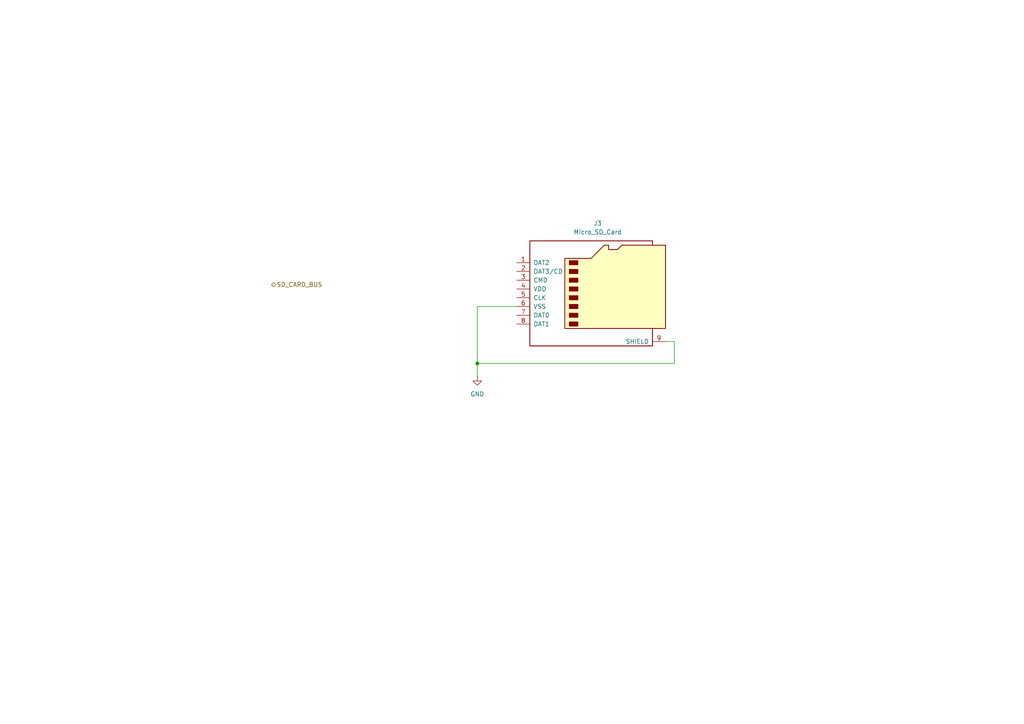
<source format=kicad_sch>
(kicad_sch (version 20231120) (generator "eeschema") (generator_version "8.0")
  (paper "A4")
  (lib_symbols
    (symbol "Connector:Micro_SD_Card" (pin_names (offset 1.016))
      (property "Reference" "J" (at -16.51 15.24 0))
      (property "Value" "Micro_SD_Card" (at 16.51 15.24 0))
      (symbol "Micro_SD_Card_0_1"
        (rectangle (start -7.62 -9.525) (end -5.08 -10.795) (fill (type outline)))
        (rectangle (start -7.62 -6.985) (end -5.08 -8.255) (fill (type outline)))
        (rectangle (start -7.62 -4.445) (end -5.08 -5.715) (fill (type outline)))
        (rectangle (start -7.62 -1.905) (end -5.08 -3.175) (fill (type outline)))
        (rectangle (start -7.62 0.635) (end -5.08 -0.635) (fill (type outline)))
        (rectangle (start -7.62 3.175) (end -5.08 1.905) (fill (type outline)))
        (rectangle (start -7.62 5.715) (end -5.08 4.445) (fill (type outline)))
        (rectangle (start -7.62 8.255) (end -5.08 6.985) (fill (type outline)))
        (polyline (pts (xy 16.51 12.7) (xy 16.51 13.97) (xy -19.05 13.97) (xy -19.05 -16.51) (xy 16.51 -16.51) (xy 16.51 -11.43)) (stroke (width 0.254)))
        (polyline (pts (xy -8.89 -11.43) (xy -8.89 8.89) (xy -1.27 8.89) (xy 2.54 12.7) (xy 3.81 12.7) (xy 3.81 11.43) (xy 6.35 11.43) (xy 7.62 12.7) (xy 20.32 12.7) (xy 20.32 -11.43) (xy -8.89 -11.43)) (stroke (width 0.254)) (fill (type background)))
      )
      (symbol "Micro_SD_Card_1_1"
        (pin bidirectional line (at -22.86 7.62 0) (length 3.81) (name "DAT2") (number "1"))
        (pin bidirectional line (at -22.86 5.08 0) (length 3.81) (name "DAT3/CD") (number "2"))
        (pin input line (at -22.86 2.54 0) (length 3.81) (name "CMD") (number "3"))
        (pin power_in line (at -22.86 0 0) (length 3.81) (name "VDD") (number "4"))
        (pin input line (at -22.86 -2.54 0) (length 3.81) (name "CLK") (number "5"))
        (pin power_in line (at -22.86 -5.08 0) (length 3.81) (name "VSS") (number "6"))
        (pin bidirectional line (at -22.86 -7.62 0) (length 3.81) (name "DAT0") (number "7"))
        (pin bidirectional line (at -22.86 -10.16 0) (length 3.81) (name "DAT1") (number "8"))
        (pin passive line (at 20.32 -15.24 180) (length 3.81) (name "SHIELD") (number "9"))
      )
    )
    (symbol "power:GND" (power) (pin_numbers hide) (pin_names (offset 0) hide)
      (property "Value" "GND" (at 0 -3.81 0))
      (symbol "GND_0_1"
        (polyline (pts (xy 0 0) (xy 0 -1.27) (xy 1.27 -1.27) (xy 0 -2.54) (xy -1.27 -1.27) (xy 0 -1.27)))
      )
      (symbol "GND_1_1"
        (pin power_in line (at 0 0 270) (length 0) (name "~") (number "1"))
      )
    )
  )
  (junction (at 138.43 105.41))
  (wire (pts (xy 193.04 99.06) (xy 195.58 99.06)))
  (wire (pts (xy 138.43 109.22) (xy 138.43 105.41)))
  (wire (pts (xy 195.58 99.06) (xy 195.58 105.41)))
  (wire (pts (xy 138.43 88.9) (xy 149.86 88.9)))
  (wire (pts (xy 138.43 105.41) (xy 195.58 105.41)))
  (wire (pts (xy 138.43 105.41) (xy 138.43 88.9)))
  (hierarchical_label "SD_CARD_BUS" (shape bidirectional) (at 78.74 82.55 0))
  (symbol (lib_id "power:GND") (at 138.43 109.22 0) (unit 1)
    (property "Reference" "#PWR06" (effects (hide yes)))
    (property "Value" "GND" (at 138.43 114.3 0))
    (property "Description" "Power symbol creates a global label with name \"GND\" , ground" (effects (hide yes)))
  )
  (symbol (lib_id "Connector:Micro_SD_Card") (at 172.72 83.82 0) (unit 1)
    (property "Reference" "J3" (at 173.355 64.77 0))
    (property "Value" "Micro_SD_Card" (at 173.355 67.31 0))
    (property "Footprint" "Connector_Card:microSD_HC_Molex_104031-0811" (effects (hide yes)))
    (property "Datasheet" "http://katalog.we-online.de/em/datasheet/693072010801.pdf" (effects (hide yes)))
    (property "Description" "Micro SD Card Socket" (effects (hide yes)))
  )
)
</source>
